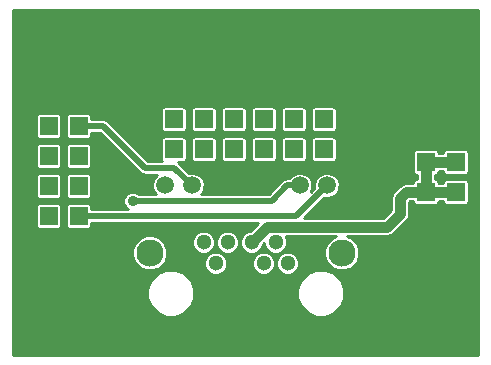
<source format=gbr>
G04 #@! TF.FileFunction,Copper,L1,Top,Signal*
%FSLAX46Y46*%
G04 Gerber Fmt 4.6, Leading zero omitted, Abs format (unit mm)*
G04 Created by KiCad (PCBNEW 4.0.1-stable) date 18. 2. 2016 10:37:37*
%MOMM*%
G01*
G04 APERTURE LIST*
%ADD10C,0.300000*%
%ADD11C,2.300000*%
%ADD12C,1.300000*%
%ADD13C,1.500000*%
%ADD14R,1.524000X1.524000*%
%ADD15C,6.000000*%
%ADD16C,0.890000*%
%ADD17C,0.900000*%
%ADD18C,0.500000*%
%ADD19C,0.254000*%
G04 APERTURE END LIST*
D10*
D11*
X28450000Y9272000D03*
X12190000Y9272000D03*
D12*
X17780000Y8382000D03*
X19810000Y8382000D03*
X21840000Y8382000D03*
X23870000Y8382000D03*
X16760000Y10162000D03*
X18790000Y10162000D03*
X20820000Y10162000D03*
X22850000Y10162000D03*
D13*
X27180000Y14982000D03*
X24890000Y14982000D03*
X15750000Y14982000D03*
X13460000Y14982000D03*
D14*
X35560000Y19494500D03*
X38100000Y19494500D03*
X35560000Y16954500D03*
X38100000Y16954500D03*
X35560000Y14414500D03*
X38100000Y14414500D03*
X35560000Y11874500D03*
X38100000Y11874500D03*
X6159500Y12382500D03*
X3619500Y12382500D03*
X6159500Y14922500D03*
X3619500Y14922500D03*
X6159500Y17462500D03*
X3619500Y17462500D03*
X14224000Y18034000D03*
X14224000Y20574000D03*
X16764000Y18034000D03*
X16764000Y20574000D03*
D15*
X5080000Y25400000D03*
X35560000Y5080000D03*
X5080000Y5080000D03*
X35560000Y25400000D03*
D14*
X6159500Y20002500D03*
X3619500Y20002500D03*
X19304000Y18034000D03*
X19304000Y20574000D03*
X21844000Y18034000D03*
X21844000Y20574000D03*
X26924000Y18034000D03*
X26924000Y20574000D03*
X24384000Y18034000D03*
X24384000Y20574000D03*
D16*
X10731500Y13652500D03*
D17*
X35560000Y16954500D02*
X38100000Y16954500D01*
X35560000Y14414500D02*
X35560000Y16954500D01*
X35560000Y14414500D02*
X38100000Y14414500D01*
X20820000Y10162000D02*
X22120001Y11462001D01*
X22120001Y11462001D02*
X32290001Y11462001D01*
X32290001Y11462001D02*
X33401000Y12573000D01*
X33401000Y12573000D02*
X33401000Y13917500D01*
X33401000Y13917500D02*
X33898000Y14414500D01*
X33898000Y14414500D02*
X35560000Y14414500D01*
D18*
X11811000Y16446500D02*
X8255000Y20002500D01*
X8255000Y20002500D02*
X6159500Y20002500D01*
X14285500Y16446500D02*
X11811000Y16446500D01*
X15750000Y14982000D02*
X14285500Y16446500D01*
X24447500Y12382500D02*
X6159500Y12382500D01*
X27180000Y14982000D02*
X24580500Y12382500D01*
X24580500Y12382500D02*
X24447500Y12382500D01*
X24890000Y14982000D02*
X23829340Y14982000D01*
X23829340Y14982000D02*
X22499840Y13652500D01*
X11155764Y13652500D02*
X10731500Y13652500D01*
X22499840Y13652500D02*
X11155764Y13652500D01*
D19*
G36*
X40009000Y631000D02*
X631000Y631000D01*
X631000Y5450476D01*
X11992657Y5450476D01*
X12293003Y4723582D01*
X12848657Y4166958D01*
X13575025Y3865344D01*
X14361524Y3864657D01*
X15088418Y4165003D01*
X15645042Y4720657D01*
X15946656Y5447025D01*
X15946659Y5450476D01*
X24692657Y5450476D01*
X24993003Y4723582D01*
X25548657Y4166958D01*
X26275025Y3865344D01*
X27061524Y3864657D01*
X27788418Y4165003D01*
X28345042Y4720657D01*
X28646656Y5447025D01*
X28647343Y6233524D01*
X28346997Y6960418D01*
X27791343Y7517042D01*
X27064975Y7818656D01*
X26278476Y7819343D01*
X25551582Y7518997D01*
X24994958Y6963343D01*
X24693344Y6236975D01*
X24692657Y5450476D01*
X15946659Y5450476D01*
X15947343Y6233524D01*
X15646997Y6960418D01*
X15091343Y7517042D01*
X14364975Y7818656D01*
X13578476Y7819343D01*
X12851582Y7518997D01*
X12294958Y6963343D01*
X11993344Y6236975D01*
X11992657Y5450476D01*
X631000Y5450476D01*
X631000Y8979495D01*
X10712744Y8979495D01*
X10937130Y8436440D01*
X11352254Y8020591D01*
X11894918Y7795257D01*
X12482505Y7794744D01*
X13025560Y8019130D01*
X13195240Y8188515D01*
X16802830Y8188515D01*
X16951256Y7829297D01*
X17225851Y7554222D01*
X17584810Y7405170D01*
X17973485Y7404830D01*
X18332703Y7553256D01*
X18607778Y7827851D01*
X18756830Y8186810D01*
X18756831Y8188515D01*
X20862830Y8188515D01*
X21011256Y7829297D01*
X21285851Y7554222D01*
X21644810Y7405170D01*
X22033485Y7404830D01*
X22392703Y7553256D01*
X22667778Y7827851D01*
X22816830Y8186810D01*
X22816831Y8188515D01*
X22892830Y8188515D01*
X23041256Y7829297D01*
X23315851Y7554222D01*
X23674810Y7405170D01*
X24063485Y7404830D01*
X24422703Y7553256D01*
X24697778Y7827851D01*
X24846830Y8186810D01*
X24847170Y8575485D01*
X24698744Y8934703D01*
X24424149Y9209778D01*
X24065190Y9358830D01*
X23676515Y9359170D01*
X23317297Y9210744D01*
X23042222Y8936149D01*
X22893170Y8577190D01*
X22892830Y8188515D01*
X22816831Y8188515D01*
X22817170Y8575485D01*
X22668744Y8934703D01*
X22394149Y9209778D01*
X22035190Y9358830D01*
X21646515Y9359170D01*
X21287297Y9210744D01*
X21012222Y8936149D01*
X20863170Y8577190D01*
X20862830Y8188515D01*
X18756831Y8188515D01*
X18757170Y8575485D01*
X18608744Y8934703D01*
X18334149Y9209778D01*
X17975190Y9358830D01*
X17586515Y9359170D01*
X17227297Y9210744D01*
X16952222Y8936149D01*
X16803170Y8577190D01*
X16802830Y8188515D01*
X13195240Y8188515D01*
X13441409Y8434254D01*
X13666743Y8976918D01*
X13667256Y9564505D01*
X13500323Y9968515D01*
X15782830Y9968515D01*
X15931256Y9609297D01*
X16205851Y9334222D01*
X16564810Y9185170D01*
X16953485Y9184830D01*
X17312703Y9333256D01*
X17587778Y9607851D01*
X17736830Y9966810D01*
X17736831Y9968515D01*
X17812830Y9968515D01*
X17961256Y9609297D01*
X18235851Y9334222D01*
X18594810Y9185170D01*
X18983485Y9184830D01*
X19342703Y9333256D01*
X19617778Y9607851D01*
X19766830Y9966810D01*
X19767170Y10355485D01*
X19618744Y10714703D01*
X19344149Y10989778D01*
X18985190Y11138830D01*
X18596515Y11139170D01*
X18237297Y10990744D01*
X17962222Y10716149D01*
X17813170Y10357190D01*
X17812830Y9968515D01*
X17736831Y9968515D01*
X17737170Y10355485D01*
X17588744Y10714703D01*
X17314149Y10989778D01*
X16955190Y11138830D01*
X16566515Y11139170D01*
X16207297Y10990744D01*
X15932222Y10716149D01*
X15783170Y10357190D01*
X15782830Y9968515D01*
X13500323Y9968515D01*
X13442870Y10107560D01*
X13027746Y10523409D01*
X12485082Y10748743D01*
X11897495Y10749256D01*
X11354440Y10524870D01*
X10938591Y10109746D01*
X10713257Y9567082D01*
X10712744Y8979495D01*
X631000Y8979495D01*
X631000Y13144500D01*
X2524094Y13144500D01*
X2524094Y11620500D01*
X2546895Y11499321D01*
X2618512Y11388026D01*
X2727786Y11313362D01*
X2857500Y11287094D01*
X4381500Y11287094D01*
X4502679Y11309895D01*
X4613974Y11381512D01*
X4688638Y11490786D01*
X4714906Y11620500D01*
X4714906Y13144500D01*
X4692105Y13265679D01*
X4620488Y13376974D01*
X4511214Y13451638D01*
X4381500Y13477906D01*
X2857500Y13477906D01*
X2736321Y13455105D01*
X2625026Y13383488D01*
X2550362Y13274214D01*
X2524094Y13144500D01*
X631000Y13144500D01*
X631000Y15684500D01*
X2524094Y15684500D01*
X2524094Y14160500D01*
X2546895Y14039321D01*
X2618512Y13928026D01*
X2727786Y13853362D01*
X2857500Y13827094D01*
X4381500Y13827094D01*
X4502679Y13849895D01*
X4613974Y13921512D01*
X4688638Y14030786D01*
X4714906Y14160500D01*
X4714906Y15684500D01*
X5064094Y15684500D01*
X5064094Y14160500D01*
X5086895Y14039321D01*
X5158512Y13928026D01*
X5267786Y13853362D01*
X5397500Y13827094D01*
X6921500Y13827094D01*
X7042679Y13849895D01*
X7153974Y13921512D01*
X7228638Y14030786D01*
X7254906Y14160500D01*
X7254906Y15684500D01*
X7232105Y15805679D01*
X7160488Y15916974D01*
X7051214Y15991638D01*
X6921500Y16017906D01*
X5397500Y16017906D01*
X5276321Y15995105D01*
X5165026Y15923488D01*
X5090362Y15814214D01*
X5064094Y15684500D01*
X4714906Y15684500D01*
X4692105Y15805679D01*
X4620488Y15916974D01*
X4511214Y15991638D01*
X4381500Y16017906D01*
X2857500Y16017906D01*
X2736321Y15995105D01*
X2625026Y15923488D01*
X2550362Y15814214D01*
X2524094Y15684500D01*
X631000Y15684500D01*
X631000Y18224500D01*
X2524094Y18224500D01*
X2524094Y16700500D01*
X2546895Y16579321D01*
X2618512Y16468026D01*
X2727786Y16393362D01*
X2857500Y16367094D01*
X4381500Y16367094D01*
X4502679Y16389895D01*
X4613974Y16461512D01*
X4688638Y16570786D01*
X4714906Y16700500D01*
X4714906Y18224500D01*
X5064094Y18224500D01*
X5064094Y16700500D01*
X5086895Y16579321D01*
X5158512Y16468026D01*
X5267786Y16393362D01*
X5397500Y16367094D01*
X6921500Y16367094D01*
X7042679Y16389895D01*
X7153974Y16461512D01*
X7228638Y16570786D01*
X7254906Y16700500D01*
X7254906Y18224500D01*
X7232105Y18345679D01*
X7160488Y18456974D01*
X7051214Y18531638D01*
X6921500Y18557906D01*
X5397500Y18557906D01*
X5276321Y18535105D01*
X5165026Y18463488D01*
X5090362Y18354214D01*
X5064094Y18224500D01*
X4714906Y18224500D01*
X4692105Y18345679D01*
X4620488Y18456974D01*
X4511214Y18531638D01*
X4381500Y18557906D01*
X2857500Y18557906D01*
X2736321Y18535105D01*
X2625026Y18463488D01*
X2550362Y18354214D01*
X2524094Y18224500D01*
X631000Y18224500D01*
X631000Y20764500D01*
X2524094Y20764500D01*
X2524094Y19240500D01*
X2546895Y19119321D01*
X2618512Y19008026D01*
X2727786Y18933362D01*
X2857500Y18907094D01*
X4381500Y18907094D01*
X4502679Y18929895D01*
X4613974Y19001512D01*
X4688638Y19110786D01*
X4714906Y19240500D01*
X4714906Y20764500D01*
X5064094Y20764500D01*
X5064094Y19240500D01*
X5086895Y19119321D01*
X5158512Y19008026D01*
X5267786Y18933362D01*
X5397500Y18907094D01*
X6921500Y18907094D01*
X7042679Y18929895D01*
X7153974Y19001512D01*
X7228638Y19110786D01*
X7254906Y19240500D01*
X7254906Y19425500D01*
X8015998Y19425500D01*
X11402997Y16038502D01*
X11402999Y16038499D01*
X11515213Y15963521D01*
X11590191Y15913422D01*
X11811000Y15869500D01*
X12824611Y15869500D01*
X12547496Y15592868D01*
X12383187Y15197168D01*
X12382813Y14768711D01*
X12546431Y14372725D01*
X12689407Y14229500D01*
X11246327Y14229500D01*
X11169374Y14306588D01*
X10885734Y14424365D01*
X10578613Y14424633D01*
X10294769Y14307351D01*
X10077412Y14090374D01*
X9959635Y13806734D01*
X9959367Y13499613D01*
X10076649Y13215769D01*
X10293626Y12998412D01*
X10387337Y12959500D01*
X7254906Y12959500D01*
X7254906Y13144500D01*
X7232105Y13265679D01*
X7160488Y13376974D01*
X7051214Y13451638D01*
X6921500Y13477906D01*
X5397500Y13477906D01*
X5276321Y13455105D01*
X5165026Y13383488D01*
X5090362Y13274214D01*
X5064094Y13144500D01*
X5064094Y11620500D01*
X5086895Y11499321D01*
X5158512Y11388026D01*
X5267786Y11313362D01*
X5397500Y11287094D01*
X6921500Y11287094D01*
X7042679Y11309895D01*
X7153974Y11381512D01*
X7228638Y11490786D01*
X7254906Y11620500D01*
X7254906Y11805500D01*
X21364656Y11805500D01*
X20698263Y11139107D01*
X20626515Y11139170D01*
X20267297Y10990744D01*
X19992222Y10716149D01*
X19843170Y10357190D01*
X19842830Y9968515D01*
X19991256Y9609297D01*
X20265851Y9334222D01*
X20624810Y9185170D01*
X21013485Y9184830D01*
X21372703Y9333256D01*
X21647778Y9607851D01*
X21796830Y9966810D01*
X21796894Y10040050D01*
X21872959Y10116115D01*
X21872830Y9968515D01*
X22021256Y9609297D01*
X22295851Y9334222D01*
X22654810Y9185170D01*
X23043485Y9184830D01*
X23402703Y9333256D01*
X23677778Y9607851D01*
X23826830Y9966810D01*
X23827170Y10355485D01*
X23691017Y10685001D01*
X28001986Y10685001D01*
X27614440Y10524870D01*
X27198591Y10109746D01*
X26973257Y9567082D01*
X26972744Y8979495D01*
X27197130Y8436440D01*
X27612254Y8020591D01*
X28154918Y7795257D01*
X28742505Y7794744D01*
X29285560Y8019130D01*
X29701409Y8434254D01*
X29926743Y8976918D01*
X29927256Y9564505D01*
X29702870Y10107560D01*
X29287746Y10523409D01*
X28898590Y10685001D01*
X32290001Y10685001D01*
X32587346Y10744147D01*
X32839423Y10912579D01*
X33950422Y12023578D01*
X34118854Y12275655D01*
X34178000Y12573000D01*
X34178000Y13595656D01*
X34219844Y13637500D01*
X34467416Y13637500D01*
X34487395Y13531321D01*
X34559012Y13420026D01*
X34668286Y13345362D01*
X34798000Y13319094D01*
X36322000Y13319094D01*
X36443179Y13341895D01*
X36554474Y13413512D01*
X36629138Y13522786D01*
X36652368Y13637500D01*
X37007416Y13637500D01*
X37027395Y13531321D01*
X37099012Y13420026D01*
X37208286Y13345362D01*
X37338000Y13319094D01*
X38862000Y13319094D01*
X38983179Y13341895D01*
X39094474Y13413512D01*
X39169138Y13522786D01*
X39195406Y13652500D01*
X39195406Y15176500D01*
X39172605Y15297679D01*
X39100988Y15408974D01*
X38991714Y15483638D01*
X38862000Y15509906D01*
X37338000Y15509906D01*
X37216821Y15487105D01*
X37105526Y15415488D01*
X37030862Y15306214D01*
X37007632Y15191500D01*
X36652584Y15191500D01*
X36632605Y15297679D01*
X36560988Y15408974D01*
X36451714Y15483638D01*
X36337000Y15506868D01*
X36337000Y15861916D01*
X36443179Y15881895D01*
X36554474Y15953512D01*
X36629138Y16062786D01*
X36652368Y16177500D01*
X37007416Y16177500D01*
X37027395Y16071321D01*
X37099012Y15960026D01*
X37208286Y15885362D01*
X37338000Y15859094D01*
X38862000Y15859094D01*
X38983179Y15881895D01*
X39094474Y15953512D01*
X39169138Y16062786D01*
X39195406Y16192500D01*
X39195406Y17716500D01*
X39172605Y17837679D01*
X39100988Y17948974D01*
X38991714Y18023638D01*
X38862000Y18049906D01*
X37338000Y18049906D01*
X37216821Y18027105D01*
X37105526Y17955488D01*
X37030862Y17846214D01*
X37007632Y17731500D01*
X36652584Y17731500D01*
X36632605Y17837679D01*
X36560988Y17948974D01*
X36451714Y18023638D01*
X36322000Y18049906D01*
X34798000Y18049906D01*
X34676821Y18027105D01*
X34565526Y17955488D01*
X34490862Y17846214D01*
X34464594Y17716500D01*
X34464594Y16192500D01*
X34487395Y16071321D01*
X34559012Y15960026D01*
X34668286Y15885362D01*
X34783000Y15862132D01*
X34783000Y15507084D01*
X34676821Y15487105D01*
X34565526Y15415488D01*
X34490862Y15306214D01*
X34467632Y15191500D01*
X33898000Y15191500D01*
X33600655Y15132354D01*
X33348578Y14963922D01*
X32851578Y14466922D01*
X32683146Y14214845D01*
X32624000Y13917500D01*
X32624000Y12894844D01*
X31968157Y12239001D01*
X25253003Y12239001D01*
X26932581Y13918579D01*
X26964832Y13905187D01*
X27393289Y13904813D01*
X27789275Y14068431D01*
X28092504Y14371132D01*
X28256813Y14766832D01*
X28257187Y15195289D01*
X28093569Y15591275D01*
X27790868Y15894504D01*
X27395168Y16058813D01*
X26966711Y16059187D01*
X26570725Y15895569D01*
X26267496Y15592868D01*
X26103187Y15197168D01*
X26102813Y14768711D01*
X26116817Y14734819D01*
X25837564Y14455566D01*
X25966813Y14766832D01*
X25967187Y15195289D01*
X25803569Y15591275D01*
X25500868Y15894504D01*
X25105168Y16058813D01*
X24676711Y16059187D01*
X24280725Y15895569D01*
X23977496Y15592868D01*
X23963433Y15559000D01*
X23829345Y15559000D01*
X23829340Y15559001D01*
X23608532Y15515078D01*
X23421339Y15390001D01*
X22260838Y14229500D01*
X16520625Y14229500D01*
X16662504Y14371132D01*
X16826813Y14766832D01*
X16827187Y15195289D01*
X16663569Y15591275D01*
X16360868Y15894504D01*
X15965168Y16058813D01*
X15536711Y16059187D01*
X15502819Y16045183D01*
X14693501Y16854501D01*
X14567646Y16938594D01*
X14986000Y16938594D01*
X15107179Y16961395D01*
X15218474Y17033012D01*
X15293138Y17142286D01*
X15319406Y17272000D01*
X15319406Y18796000D01*
X15668594Y18796000D01*
X15668594Y17272000D01*
X15691395Y17150821D01*
X15763012Y17039526D01*
X15872286Y16964862D01*
X16002000Y16938594D01*
X17526000Y16938594D01*
X17647179Y16961395D01*
X17758474Y17033012D01*
X17833138Y17142286D01*
X17859406Y17272000D01*
X17859406Y18796000D01*
X18208594Y18796000D01*
X18208594Y17272000D01*
X18231395Y17150821D01*
X18303012Y17039526D01*
X18412286Y16964862D01*
X18542000Y16938594D01*
X20066000Y16938594D01*
X20187179Y16961395D01*
X20298474Y17033012D01*
X20373138Y17142286D01*
X20399406Y17272000D01*
X20399406Y18796000D01*
X20748594Y18796000D01*
X20748594Y17272000D01*
X20771395Y17150821D01*
X20843012Y17039526D01*
X20952286Y16964862D01*
X21082000Y16938594D01*
X22606000Y16938594D01*
X22727179Y16961395D01*
X22838474Y17033012D01*
X22913138Y17142286D01*
X22939406Y17272000D01*
X22939406Y18796000D01*
X23288594Y18796000D01*
X23288594Y17272000D01*
X23311395Y17150821D01*
X23383012Y17039526D01*
X23492286Y16964862D01*
X23622000Y16938594D01*
X25146000Y16938594D01*
X25267179Y16961395D01*
X25378474Y17033012D01*
X25453138Y17142286D01*
X25479406Y17272000D01*
X25479406Y18796000D01*
X25828594Y18796000D01*
X25828594Y17272000D01*
X25851395Y17150821D01*
X25923012Y17039526D01*
X26032286Y16964862D01*
X26162000Y16938594D01*
X27686000Y16938594D01*
X27807179Y16961395D01*
X27918474Y17033012D01*
X27993138Y17142286D01*
X28019406Y17272000D01*
X28019406Y18796000D01*
X27996605Y18917179D01*
X27924988Y19028474D01*
X27815714Y19103138D01*
X27686000Y19129406D01*
X26162000Y19129406D01*
X26040821Y19106605D01*
X25929526Y19034988D01*
X25854862Y18925714D01*
X25828594Y18796000D01*
X25479406Y18796000D01*
X25456605Y18917179D01*
X25384988Y19028474D01*
X25275714Y19103138D01*
X25146000Y19129406D01*
X23622000Y19129406D01*
X23500821Y19106605D01*
X23389526Y19034988D01*
X23314862Y18925714D01*
X23288594Y18796000D01*
X22939406Y18796000D01*
X22916605Y18917179D01*
X22844988Y19028474D01*
X22735714Y19103138D01*
X22606000Y19129406D01*
X21082000Y19129406D01*
X20960821Y19106605D01*
X20849526Y19034988D01*
X20774862Y18925714D01*
X20748594Y18796000D01*
X20399406Y18796000D01*
X20376605Y18917179D01*
X20304988Y19028474D01*
X20195714Y19103138D01*
X20066000Y19129406D01*
X18542000Y19129406D01*
X18420821Y19106605D01*
X18309526Y19034988D01*
X18234862Y18925714D01*
X18208594Y18796000D01*
X17859406Y18796000D01*
X17836605Y18917179D01*
X17764988Y19028474D01*
X17655714Y19103138D01*
X17526000Y19129406D01*
X16002000Y19129406D01*
X15880821Y19106605D01*
X15769526Y19034988D01*
X15694862Y18925714D01*
X15668594Y18796000D01*
X15319406Y18796000D01*
X15296605Y18917179D01*
X15224988Y19028474D01*
X15115714Y19103138D01*
X14986000Y19129406D01*
X13462000Y19129406D01*
X13340821Y19106605D01*
X13229526Y19034988D01*
X13154862Y18925714D01*
X13128594Y18796000D01*
X13128594Y17272000D01*
X13151395Y17150821D01*
X13223012Y17039526D01*
X13246467Y17023500D01*
X12050001Y17023500D01*
X8663001Y20410501D01*
X8475808Y20535578D01*
X8255000Y20579501D01*
X8254995Y20579500D01*
X7254906Y20579500D01*
X7254906Y20764500D01*
X7232105Y20885679D01*
X7160488Y20996974D01*
X7051214Y21071638D01*
X6921500Y21097906D01*
X5397500Y21097906D01*
X5276321Y21075105D01*
X5165026Y21003488D01*
X5090362Y20894214D01*
X5064094Y20764500D01*
X4714906Y20764500D01*
X4692105Y20885679D01*
X4620488Y20996974D01*
X4511214Y21071638D01*
X4381500Y21097906D01*
X2857500Y21097906D01*
X2736321Y21075105D01*
X2625026Y21003488D01*
X2550362Y20894214D01*
X2524094Y20764500D01*
X631000Y20764500D01*
X631000Y21336000D01*
X13128594Y21336000D01*
X13128594Y19812000D01*
X13151395Y19690821D01*
X13223012Y19579526D01*
X13332286Y19504862D01*
X13462000Y19478594D01*
X14986000Y19478594D01*
X15107179Y19501395D01*
X15218474Y19573012D01*
X15293138Y19682286D01*
X15319406Y19812000D01*
X15319406Y21336000D01*
X15668594Y21336000D01*
X15668594Y19812000D01*
X15691395Y19690821D01*
X15763012Y19579526D01*
X15872286Y19504862D01*
X16002000Y19478594D01*
X17526000Y19478594D01*
X17647179Y19501395D01*
X17758474Y19573012D01*
X17833138Y19682286D01*
X17859406Y19812000D01*
X17859406Y21336000D01*
X18208594Y21336000D01*
X18208594Y19812000D01*
X18231395Y19690821D01*
X18303012Y19579526D01*
X18412286Y19504862D01*
X18542000Y19478594D01*
X20066000Y19478594D01*
X20187179Y19501395D01*
X20298474Y19573012D01*
X20373138Y19682286D01*
X20399406Y19812000D01*
X20399406Y21336000D01*
X20748594Y21336000D01*
X20748594Y19812000D01*
X20771395Y19690821D01*
X20843012Y19579526D01*
X20952286Y19504862D01*
X21082000Y19478594D01*
X22606000Y19478594D01*
X22727179Y19501395D01*
X22838474Y19573012D01*
X22913138Y19682286D01*
X22939406Y19812000D01*
X22939406Y21336000D01*
X23288594Y21336000D01*
X23288594Y19812000D01*
X23311395Y19690821D01*
X23383012Y19579526D01*
X23492286Y19504862D01*
X23622000Y19478594D01*
X25146000Y19478594D01*
X25267179Y19501395D01*
X25378474Y19573012D01*
X25453138Y19682286D01*
X25479406Y19812000D01*
X25479406Y21336000D01*
X25828594Y21336000D01*
X25828594Y19812000D01*
X25851395Y19690821D01*
X25923012Y19579526D01*
X26032286Y19504862D01*
X26162000Y19478594D01*
X27686000Y19478594D01*
X27807179Y19501395D01*
X27918474Y19573012D01*
X27993138Y19682286D01*
X28019406Y19812000D01*
X28019406Y21336000D01*
X27996605Y21457179D01*
X27924988Y21568474D01*
X27815714Y21643138D01*
X27686000Y21669406D01*
X26162000Y21669406D01*
X26040821Y21646605D01*
X25929526Y21574988D01*
X25854862Y21465714D01*
X25828594Y21336000D01*
X25479406Y21336000D01*
X25456605Y21457179D01*
X25384988Y21568474D01*
X25275714Y21643138D01*
X25146000Y21669406D01*
X23622000Y21669406D01*
X23500821Y21646605D01*
X23389526Y21574988D01*
X23314862Y21465714D01*
X23288594Y21336000D01*
X22939406Y21336000D01*
X22916605Y21457179D01*
X22844988Y21568474D01*
X22735714Y21643138D01*
X22606000Y21669406D01*
X21082000Y21669406D01*
X20960821Y21646605D01*
X20849526Y21574988D01*
X20774862Y21465714D01*
X20748594Y21336000D01*
X20399406Y21336000D01*
X20376605Y21457179D01*
X20304988Y21568474D01*
X20195714Y21643138D01*
X20066000Y21669406D01*
X18542000Y21669406D01*
X18420821Y21646605D01*
X18309526Y21574988D01*
X18234862Y21465714D01*
X18208594Y21336000D01*
X17859406Y21336000D01*
X17836605Y21457179D01*
X17764988Y21568474D01*
X17655714Y21643138D01*
X17526000Y21669406D01*
X16002000Y21669406D01*
X15880821Y21646605D01*
X15769526Y21574988D01*
X15694862Y21465714D01*
X15668594Y21336000D01*
X15319406Y21336000D01*
X15296605Y21457179D01*
X15224988Y21568474D01*
X15115714Y21643138D01*
X14986000Y21669406D01*
X13462000Y21669406D01*
X13340821Y21646605D01*
X13229526Y21574988D01*
X13154862Y21465714D01*
X13128594Y21336000D01*
X631000Y21336000D01*
X631000Y29847000D01*
X40009000Y29847000D01*
X40009000Y631000D01*
X40009000Y631000D01*
G37*
X40009000Y631000D02*
X631000Y631000D01*
X631000Y5450476D01*
X11992657Y5450476D01*
X12293003Y4723582D01*
X12848657Y4166958D01*
X13575025Y3865344D01*
X14361524Y3864657D01*
X15088418Y4165003D01*
X15645042Y4720657D01*
X15946656Y5447025D01*
X15946659Y5450476D01*
X24692657Y5450476D01*
X24993003Y4723582D01*
X25548657Y4166958D01*
X26275025Y3865344D01*
X27061524Y3864657D01*
X27788418Y4165003D01*
X28345042Y4720657D01*
X28646656Y5447025D01*
X28647343Y6233524D01*
X28346997Y6960418D01*
X27791343Y7517042D01*
X27064975Y7818656D01*
X26278476Y7819343D01*
X25551582Y7518997D01*
X24994958Y6963343D01*
X24693344Y6236975D01*
X24692657Y5450476D01*
X15946659Y5450476D01*
X15947343Y6233524D01*
X15646997Y6960418D01*
X15091343Y7517042D01*
X14364975Y7818656D01*
X13578476Y7819343D01*
X12851582Y7518997D01*
X12294958Y6963343D01*
X11993344Y6236975D01*
X11992657Y5450476D01*
X631000Y5450476D01*
X631000Y8979495D01*
X10712744Y8979495D01*
X10937130Y8436440D01*
X11352254Y8020591D01*
X11894918Y7795257D01*
X12482505Y7794744D01*
X13025560Y8019130D01*
X13195240Y8188515D01*
X16802830Y8188515D01*
X16951256Y7829297D01*
X17225851Y7554222D01*
X17584810Y7405170D01*
X17973485Y7404830D01*
X18332703Y7553256D01*
X18607778Y7827851D01*
X18756830Y8186810D01*
X18756831Y8188515D01*
X20862830Y8188515D01*
X21011256Y7829297D01*
X21285851Y7554222D01*
X21644810Y7405170D01*
X22033485Y7404830D01*
X22392703Y7553256D01*
X22667778Y7827851D01*
X22816830Y8186810D01*
X22816831Y8188515D01*
X22892830Y8188515D01*
X23041256Y7829297D01*
X23315851Y7554222D01*
X23674810Y7405170D01*
X24063485Y7404830D01*
X24422703Y7553256D01*
X24697778Y7827851D01*
X24846830Y8186810D01*
X24847170Y8575485D01*
X24698744Y8934703D01*
X24424149Y9209778D01*
X24065190Y9358830D01*
X23676515Y9359170D01*
X23317297Y9210744D01*
X23042222Y8936149D01*
X22893170Y8577190D01*
X22892830Y8188515D01*
X22816831Y8188515D01*
X22817170Y8575485D01*
X22668744Y8934703D01*
X22394149Y9209778D01*
X22035190Y9358830D01*
X21646515Y9359170D01*
X21287297Y9210744D01*
X21012222Y8936149D01*
X20863170Y8577190D01*
X20862830Y8188515D01*
X18756831Y8188515D01*
X18757170Y8575485D01*
X18608744Y8934703D01*
X18334149Y9209778D01*
X17975190Y9358830D01*
X17586515Y9359170D01*
X17227297Y9210744D01*
X16952222Y8936149D01*
X16803170Y8577190D01*
X16802830Y8188515D01*
X13195240Y8188515D01*
X13441409Y8434254D01*
X13666743Y8976918D01*
X13667256Y9564505D01*
X13500323Y9968515D01*
X15782830Y9968515D01*
X15931256Y9609297D01*
X16205851Y9334222D01*
X16564810Y9185170D01*
X16953485Y9184830D01*
X17312703Y9333256D01*
X17587778Y9607851D01*
X17736830Y9966810D01*
X17736831Y9968515D01*
X17812830Y9968515D01*
X17961256Y9609297D01*
X18235851Y9334222D01*
X18594810Y9185170D01*
X18983485Y9184830D01*
X19342703Y9333256D01*
X19617778Y9607851D01*
X19766830Y9966810D01*
X19767170Y10355485D01*
X19618744Y10714703D01*
X19344149Y10989778D01*
X18985190Y11138830D01*
X18596515Y11139170D01*
X18237297Y10990744D01*
X17962222Y10716149D01*
X17813170Y10357190D01*
X17812830Y9968515D01*
X17736831Y9968515D01*
X17737170Y10355485D01*
X17588744Y10714703D01*
X17314149Y10989778D01*
X16955190Y11138830D01*
X16566515Y11139170D01*
X16207297Y10990744D01*
X15932222Y10716149D01*
X15783170Y10357190D01*
X15782830Y9968515D01*
X13500323Y9968515D01*
X13442870Y10107560D01*
X13027746Y10523409D01*
X12485082Y10748743D01*
X11897495Y10749256D01*
X11354440Y10524870D01*
X10938591Y10109746D01*
X10713257Y9567082D01*
X10712744Y8979495D01*
X631000Y8979495D01*
X631000Y13144500D01*
X2524094Y13144500D01*
X2524094Y11620500D01*
X2546895Y11499321D01*
X2618512Y11388026D01*
X2727786Y11313362D01*
X2857500Y11287094D01*
X4381500Y11287094D01*
X4502679Y11309895D01*
X4613974Y11381512D01*
X4688638Y11490786D01*
X4714906Y11620500D01*
X4714906Y13144500D01*
X4692105Y13265679D01*
X4620488Y13376974D01*
X4511214Y13451638D01*
X4381500Y13477906D01*
X2857500Y13477906D01*
X2736321Y13455105D01*
X2625026Y13383488D01*
X2550362Y13274214D01*
X2524094Y13144500D01*
X631000Y13144500D01*
X631000Y15684500D01*
X2524094Y15684500D01*
X2524094Y14160500D01*
X2546895Y14039321D01*
X2618512Y13928026D01*
X2727786Y13853362D01*
X2857500Y13827094D01*
X4381500Y13827094D01*
X4502679Y13849895D01*
X4613974Y13921512D01*
X4688638Y14030786D01*
X4714906Y14160500D01*
X4714906Y15684500D01*
X5064094Y15684500D01*
X5064094Y14160500D01*
X5086895Y14039321D01*
X5158512Y13928026D01*
X5267786Y13853362D01*
X5397500Y13827094D01*
X6921500Y13827094D01*
X7042679Y13849895D01*
X7153974Y13921512D01*
X7228638Y14030786D01*
X7254906Y14160500D01*
X7254906Y15684500D01*
X7232105Y15805679D01*
X7160488Y15916974D01*
X7051214Y15991638D01*
X6921500Y16017906D01*
X5397500Y16017906D01*
X5276321Y15995105D01*
X5165026Y15923488D01*
X5090362Y15814214D01*
X5064094Y15684500D01*
X4714906Y15684500D01*
X4692105Y15805679D01*
X4620488Y15916974D01*
X4511214Y15991638D01*
X4381500Y16017906D01*
X2857500Y16017906D01*
X2736321Y15995105D01*
X2625026Y15923488D01*
X2550362Y15814214D01*
X2524094Y15684500D01*
X631000Y15684500D01*
X631000Y18224500D01*
X2524094Y18224500D01*
X2524094Y16700500D01*
X2546895Y16579321D01*
X2618512Y16468026D01*
X2727786Y16393362D01*
X2857500Y16367094D01*
X4381500Y16367094D01*
X4502679Y16389895D01*
X4613974Y16461512D01*
X4688638Y16570786D01*
X4714906Y16700500D01*
X4714906Y18224500D01*
X5064094Y18224500D01*
X5064094Y16700500D01*
X5086895Y16579321D01*
X5158512Y16468026D01*
X5267786Y16393362D01*
X5397500Y16367094D01*
X6921500Y16367094D01*
X7042679Y16389895D01*
X7153974Y16461512D01*
X7228638Y16570786D01*
X7254906Y16700500D01*
X7254906Y18224500D01*
X7232105Y18345679D01*
X7160488Y18456974D01*
X7051214Y18531638D01*
X6921500Y18557906D01*
X5397500Y18557906D01*
X5276321Y18535105D01*
X5165026Y18463488D01*
X5090362Y18354214D01*
X5064094Y18224500D01*
X4714906Y18224500D01*
X4692105Y18345679D01*
X4620488Y18456974D01*
X4511214Y18531638D01*
X4381500Y18557906D01*
X2857500Y18557906D01*
X2736321Y18535105D01*
X2625026Y18463488D01*
X2550362Y18354214D01*
X2524094Y18224500D01*
X631000Y18224500D01*
X631000Y20764500D01*
X2524094Y20764500D01*
X2524094Y19240500D01*
X2546895Y19119321D01*
X2618512Y19008026D01*
X2727786Y18933362D01*
X2857500Y18907094D01*
X4381500Y18907094D01*
X4502679Y18929895D01*
X4613974Y19001512D01*
X4688638Y19110786D01*
X4714906Y19240500D01*
X4714906Y20764500D01*
X5064094Y20764500D01*
X5064094Y19240500D01*
X5086895Y19119321D01*
X5158512Y19008026D01*
X5267786Y18933362D01*
X5397500Y18907094D01*
X6921500Y18907094D01*
X7042679Y18929895D01*
X7153974Y19001512D01*
X7228638Y19110786D01*
X7254906Y19240500D01*
X7254906Y19425500D01*
X8015998Y19425500D01*
X11402997Y16038502D01*
X11402999Y16038499D01*
X11515213Y15963521D01*
X11590191Y15913422D01*
X11811000Y15869500D01*
X12824611Y15869500D01*
X12547496Y15592868D01*
X12383187Y15197168D01*
X12382813Y14768711D01*
X12546431Y14372725D01*
X12689407Y14229500D01*
X11246327Y14229500D01*
X11169374Y14306588D01*
X10885734Y14424365D01*
X10578613Y14424633D01*
X10294769Y14307351D01*
X10077412Y14090374D01*
X9959635Y13806734D01*
X9959367Y13499613D01*
X10076649Y13215769D01*
X10293626Y12998412D01*
X10387337Y12959500D01*
X7254906Y12959500D01*
X7254906Y13144500D01*
X7232105Y13265679D01*
X7160488Y13376974D01*
X7051214Y13451638D01*
X6921500Y13477906D01*
X5397500Y13477906D01*
X5276321Y13455105D01*
X5165026Y13383488D01*
X5090362Y13274214D01*
X5064094Y13144500D01*
X5064094Y11620500D01*
X5086895Y11499321D01*
X5158512Y11388026D01*
X5267786Y11313362D01*
X5397500Y11287094D01*
X6921500Y11287094D01*
X7042679Y11309895D01*
X7153974Y11381512D01*
X7228638Y11490786D01*
X7254906Y11620500D01*
X7254906Y11805500D01*
X21364656Y11805500D01*
X20698263Y11139107D01*
X20626515Y11139170D01*
X20267297Y10990744D01*
X19992222Y10716149D01*
X19843170Y10357190D01*
X19842830Y9968515D01*
X19991256Y9609297D01*
X20265851Y9334222D01*
X20624810Y9185170D01*
X21013485Y9184830D01*
X21372703Y9333256D01*
X21647778Y9607851D01*
X21796830Y9966810D01*
X21796894Y10040050D01*
X21872959Y10116115D01*
X21872830Y9968515D01*
X22021256Y9609297D01*
X22295851Y9334222D01*
X22654810Y9185170D01*
X23043485Y9184830D01*
X23402703Y9333256D01*
X23677778Y9607851D01*
X23826830Y9966810D01*
X23827170Y10355485D01*
X23691017Y10685001D01*
X28001986Y10685001D01*
X27614440Y10524870D01*
X27198591Y10109746D01*
X26973257Y9567082D01*
X26972744Y8979495D01*
X27197130Y8436440D01*
X27612254Y8020591D01*
X28154918Y7795257D01*
X28742505Y7794744D01*
X29285560Y8019130D01*
X29701409Y8434254D01*
X29926743Y8976918D01*
X29927256Y9564505D01*
X29702870Y10107560D01*
X29287746Y10523409D01*
X28898590Y10685001D01*
X32290001Y10685001D01*
X32587346Y10744147D01*
X32839423Y10912579D01*
X33950422Y12023578D01*
X34118854Y12275655D01*
X34178000Y12573000D01*
X34178000Y13595656D01*
X34219844Y13637500D01*
X34467416Y13637500D01*
X34487395Y13531321D01*
X34559012Y13420026D01*
X34668286Y13345362D01*
X34798000Y13319094D01*
X36322000Y13319094D01*
X36443179Y13341895D01*
X36554474Y13413512D01*
X36629138Y13522786D01*
X36652368Y13637500D01*
X37007416Y13637500D01*
X37027395Y13531321D01*
X37099012Y13420026D01*
X37208286Y13345362D01*
X37338000Y13319094D01*
X38862000Y13319094D01*
X38983179Y13341895D01*
X39094474Y13413512D01*
X39169138Y13522786D01*
X39195406Y13652500D01*
X39195406Y15176500D01*
X39172605Y15297679D01*
X39100988Y15408974D01*
X38991714Y15483638D01*
X38862000Y15509906D01*
X37338000Y15509906D01*
X37216821Y15487105D01*
X37105526Y15415488D01*
X37030862Y15306214D01*
X37007632Y15191500D01*
X36652584Y15191500D01*
X36632605Y15297679D01*
X36560988Y15408974D01*
X36451714Y15483638D01*
X36337000Y15506868D01*
X36337000Y15861916D01*
X36443179Y15881895D01*
X36554474Y15953512D01*
X36629138Y16062786D01*
X36652368Y16177500D01*
X37007416Y16177500D01*
X37027395Y16071321D01*
X37099012Y15960026D01*
X37208286Y15885362D01*
X37338000Y15859094D01*
X38862000Y15859094D01*
X38983179Y15881895D01*
X39094474Y15953512D01*
X39169138Y16062786D01*
X39195406Y16192500D01*
X39195406Y17716500D01*
X39172605Y17837679D01*
X39100988Y17948974D01*
X38991714Y18023638D01*
X38862000Y18049906D01*
X37338000Y18049906D01*
X37216821Y18027105D01*
X37105526Y17955488D01*
X37030862Y17846214D01*
X37007632Y17731500D01*
X36652584Y17731500D01*
X36632605Y17837679D01*
X36560988Y17948974D01*
X36451714Y18023638D01*
X36322000Y18049906D01*
X34798000Y18049906D01*
X34676821Y18027105D01*
X34565526Y17955488D01*
X34490862Y17846214D01*
X34464594Y17716500D01*
X34464594Y16192500D01*
X34487395Y16071321D01*
X34559012Y15960026D01*
X34668286Y15885362D01*
X34783000Y15862132D01*
X34783000Y15507084D01*
X34676821Y15487105D01*
X34565526Y15415488D01*
X34490862Y15306214D01*
X34467632Y15191500D01*
X33898000Y15191500D01*
X33600655Y15132354D01*
X33348578Y14963922D01*
X32851578Y14466922D01*
X32683146Y14214845D01*
X32624000Y13917500D01*
X32624000Y12894844D01*
X31968157Y12239001D01*
X25253003Y12239001D01*
X26932581Y13918579D01*
X26964832Y13905187D01*
X27393289Y13904813D01*
X27789275Y14068431D01*
X28092504Y14371132D01*
X28256813Y14766832D01*
X28257187Y15195289D01*
X28093569Y15591275D01*
X27790868Y15894504D01*
X27395168Y16058813D01*
X26966711Y16059187D01*
X26570725Y15895569D01*
X26267496Y15592868D01*
X26103187Y15197168D01*
X26102813Y14768711D01*
X26116817Y14734819D01*
X25837564Y14455566D01*
X25966813Y14766832D01*
X25967187Y15195289D01*
X25803569Y15591275D01*
X25500868Y15894504D01*
X25105168Y16058813D01*
X24676711Y16059187D01*
X24280725Y15895569D01*
X23977496Y15592868D01*
X23963433Y15559000D01*
X23829345Y15559000D01*
X23829340Y15559001D01*
X23608532Y15515078D01*
X23421339Y15390001D01*
X22260838Y14229500D01*
X16520625Y14229500D01*
X16662504Y14371132D01*
X16826813Y14766832D01*
X16827187Y15195289D01*
X16663569Y15591275D01*
X16360868Y15894504D01*
X15965168Y16058813D01*
X15536711Y16059187D01*
X15502819Y16045183D01*
X14693501Y16854501D01*
X14567646Y16938594D01*
X14986000Y16938594D01*
X15107179Y16961395D01*
X15218474Y17033012D01*
X15293138Y17142286D01*
X15319406Y17272000D01*
X15319406Y18796000D01*
X15668594Y18796000D01*
X15668594Y17272000D01*
X15691395Y17150821D01*
X15763012Y17039526D01*
X15872286Y16964862D01*
X16002000Y16938594D01*
X17526000Y16938594D01*
X17647179Y16961395D01*
X17758474Y17033012D01*
X17833138Y17142286D01*
X17859406Y17272000D01*
X17859406Y18796000D01*
X18208594Y18796000D01*
X18208594Y17272000D01*
X18231395Y17150821D01*
X18303012Y17039526D01*
X18412286Y16964862D01*
X18542000Y16938594D01*
X20066000Y16938594D01*
X20187179Y16961395D01*
X20298474Y17033012D01*
X20373138Y17142286D01*
X20399406Y17272000D01*
X20399406Y18796000D01*
X20748594Y18796000D01*
X20748594Y17272000D01*
X20771395Y17150821D01*
X20843012Y17039526D01*
X20952286Y16964862D01*
X21082000Y16938594D01*
X22606000Y16938594D01*
X22727179Y16961395D01*
X22838474Y17033012D01*
X22913138Y17142286D01*
X22939406Y17272000D01*
X22939406Y18796000D01*
X23288594Y18796000D01*
X23288594Y17272000D01*
X23311395Y17150821D01*
X23383012Y17039526D01*
X23492286Y16964862D01*
X23622000Y16938594D01*
X25146000Y16938594D01*
X25267179Y16961395D01*
X25378474Y17033012D01*
X25453138Y17142286D01*
X25479406Y17272000D01*
X25479406Y18796000D01*
X25828594Y18796000D01*
X25828594Y17272000D01*
X25851395Y17150821D01*
X25923012Y17039526D01*
X26032286Y16964862D01*
X26162000Y16938594D01*
X27686000Y16938594D01*
X27807179Y16961395D01*
X27918474Y17033012D01*
X27993138Y17142286D01*
X28019406Y17272000D01*
X28019406Y18796000D01*
X27996605Y18917179D01*
X27924988Y19028474D01*
X27815714Y19103138D01*
X27686000Y19129406D01*
X26162000Y19129406D01*
X26040821Y19106605D01*
X25929526Y19034988D01*
X25854862Y18925714D01*
X25828594Y18796000D01*
X25479406Y18796000D01*
X25456605Y18917179D01*
X25384988Y19028474D01*
X25275714Y19103138D01*
X25146000Y19129406D01*
X23622000Y19129406D01*
X23500821Y19106605D01*
X23389526Y19034988D01*
X23314862Y18925714D01*
X23288594Y18796000D01*
X22939406Y18796000D01*
X22916605Y18917179D01*
X22844988Y19028474D01*
X22735714Y19103138D01*
X22606000Y19129406D01*
X21082000Y19129406D01*
X20960821Y19106605D01*
X20849526Y19034988D01*
X20774862Y18925714D01*
X20748594Y18796000D01*
X20399406Y18796000D01*
X20376605Y18917179D01*
X20304988Y19028474D01*
X20195714Y19103138D01*
X20066000Y19129406D01*
X18542000Y19129406D01*
X18420821Y19106605D01*
X18309526Y19034988D01*
X18234862Y18925714D01*
X18208594Y18796000D01*
X17859406Y18796000D01*
X17836605Y18917179D01*
X17764988Y19028474D01*
X17655714Y19103138D01*
X17526000Y19129406D01*
X16002000Y19129406D01*
X15880821Y19106605D01*
X15769526Y19034988D01*
X15694862Y18925714D01*
X15668594Y18796000D01*
X15319406Y18796000D01*
X15296605Y18917179D01*
X15224988Y19028474D01*
X15115714Y19103138D01*
X14986000Y19129406D01*
X13462000Y19129406D01*
X13340821Y19106605D01*
X13229526Y19034988D01*
X13154862Y18925714D01*
X13128594Y18796000D01*
X13128594Y17272000D01*
X13151395Y17150821D01*
X13223012Y17039526D01*
X13246467Y17023500D01*
X12050001Y17023500D01*
X8663001Y20410501D01*
X8475808Y20535578D01*
X8255000Y20579501D01*
X8254995Y20579500D01*
X7254906Y20579500D01*
X7254906Y20764500D01*
X7232105Y20885679D01*
X7160488Y20996974D01*
X7051214Y21071638D01*
X6921500Y21097906D01*
X5397500Y21097906D01*
X5276321Y21075105D01*
X5165026Y21003488D01*
X5090362Y20894214D01*
X5064094Y20764500D01*
X4714906Y20764500D01*
X4692105Y20885679D01*
X4620488Y20996974D01*
X4511214Y21071638D01*
X4381500Y21097906D01*
X2857500Y21097906D01*
X2736321Y21075105D01*
X2625026Y21003488D01*
X2550362Y20894214D01*
X2524094Y20764500D01*
X631000Y20764500D01*
X631000Y21336000D01*
X13128594Y21336000D01*
X13128594Y19812000D01*
X13151395Y19690821D01*
X13223012Y19579526D01*
X13332286Y19504862D01*
X13462000Y19478594D01*
X14986000Y19478594D01*
X15107179Y19501395D01*
X15218474Y19573012D01*
X15293138Y19682286D01*
X15319406Y19812000D01*
X15319406Y21336000D01*
X15668594Y21336000D01*
X15668594Y19812000D01*
X15691395Y19690821D01*
X15763012Y19579526D01*
X15872286Y19504862D01*
X16002000Y19478594D01*
X17526000Y19478594D01*
X17647179Y19501395D01*
X17758474Y19573012D01*
X17833138Y19682286D01*
X17859406Y19812000D01*
X17859406Y21336000D01*
X18208594Y21336000D01*
X18208594Y19812000D01*
X18231395Y19690821D01*
X18303012Y19579526D01*
X18412286Y19504862D01*
X18542000Y19478594D01*
X20066000Y19478594D01*
X20187179Y19501395D01*
X20298474Y19573012D01*
X20373138Y19682286D01*
X20399406Y19812000D01*
X20399406Y21336000D01*
X20748594Y21336000D01*
X20748594Y19812000D01*
X20771395Y19690821D01*
X20843012Y19579526D01*
X20952286Y19504862D01*
X21082000Y19478594D01*
X22606000Y19478594D01*
X22727179Y19501395D01*
X22838474Y19573012D01*
X22913138Y19682286D01*
X22939406Y19812000D01*
X22939406Y21336000D01*
X23288594Y21336000D01*
X23288594Y19812000D01*
X23311395Y19690821D01*
X23383012Y19579526D01*
X23492286Y19504862D01*
X23622000Y19478594D01*
X25146000Y19478594D01*
X25267179Y19501395D01*
X25378474Y19573012D01*
X25453138Y19682286D01*
X25479406Y19812000D01*
X25479406Y21336000D01*
X25828594Y21336000D01*
X25828594Y19812000D01*
X25851395Y19690821D01*
X25923012Y19579526D01*
X26032286Y19504862D01*
X26162000Y19478594D01*
X27686000Y19478594D01*
X27807179Y19501395D01*
X27918474Y19573012D01*
X27993138Y19682286D01*
X28019406Y19812000D01*
X28019406Y21336000D01*
X27996605Y21457179D01*
X27924988Y21568474D01*
X27815714Y21643138D01*
X27686000Y21669406D01*
X26162000Y21669406D01*
X26040821Y21646605D01*
X25929526Y21574988D01*
X25854862Y21465714D01*
X25828594Y21336000D01*
X25479406Y21336000D01*
X25456605Y21457179D01*
X25384988Y21568474D01*
X25275714Y21643138D01*
X25146000Y21669406D01*
X23622000Y21669406D01*
X23500821Y21646605D01*
X23389526Y21574988D01*
X23314862Y21465714D01*
X23288594Y21336000D01*
X22939406Y21336000D01*
X22916605Y21457179D01*
X22844988Y21568474D01*
X22735714Y21643138D01*
X22606000Y21669406D01*
X21082000Y21669406D01*
X20960821Y21646605D01*
X20849526Y21574988D01*
X20774862Y21465714D01*
X20748594Y21336000D01*
X20399406Y21336000D01*
X20376605Y21457179D01*
X20304988Y21568474D01*
X20195714Y21643138D01*
X20066000Y21669406D01*
X18542000Y21669406D01*
X18420821Y21646605D01*
X18309526Y21574988D01*
X18234862Y21465714D01*
X18208594Y21336000D01*
X17859406Y21336000D01*
X17836605Y21457179D01*
X17764988Y21568474D01*
X17655714Y21643138D01*
X17526000Y21669406D01*
X16002000Y21669406D01*
X15880821Y21646605D01*
X15769526Y21574988D01*
X15694862Y21465714D01*
X15668594Y21336000D01*
X15319406Y21336000D01*
X15296605Y21457179D01*
X15224988Y21568474D01*
X15115714Y21643138D01*
X14986000Y21669406D01*
X13462000Y21669406D01*
X13340821Y21646605D01*
X13229526Y21574988D01*
X13154862Y21465714D01*
X13128594Y21336000D01*
X631000Y21336000D01*
X631000Y29847000D01*
X40009000Y29847000D01*
X40009000Y631000D01*
M02*

</source>
